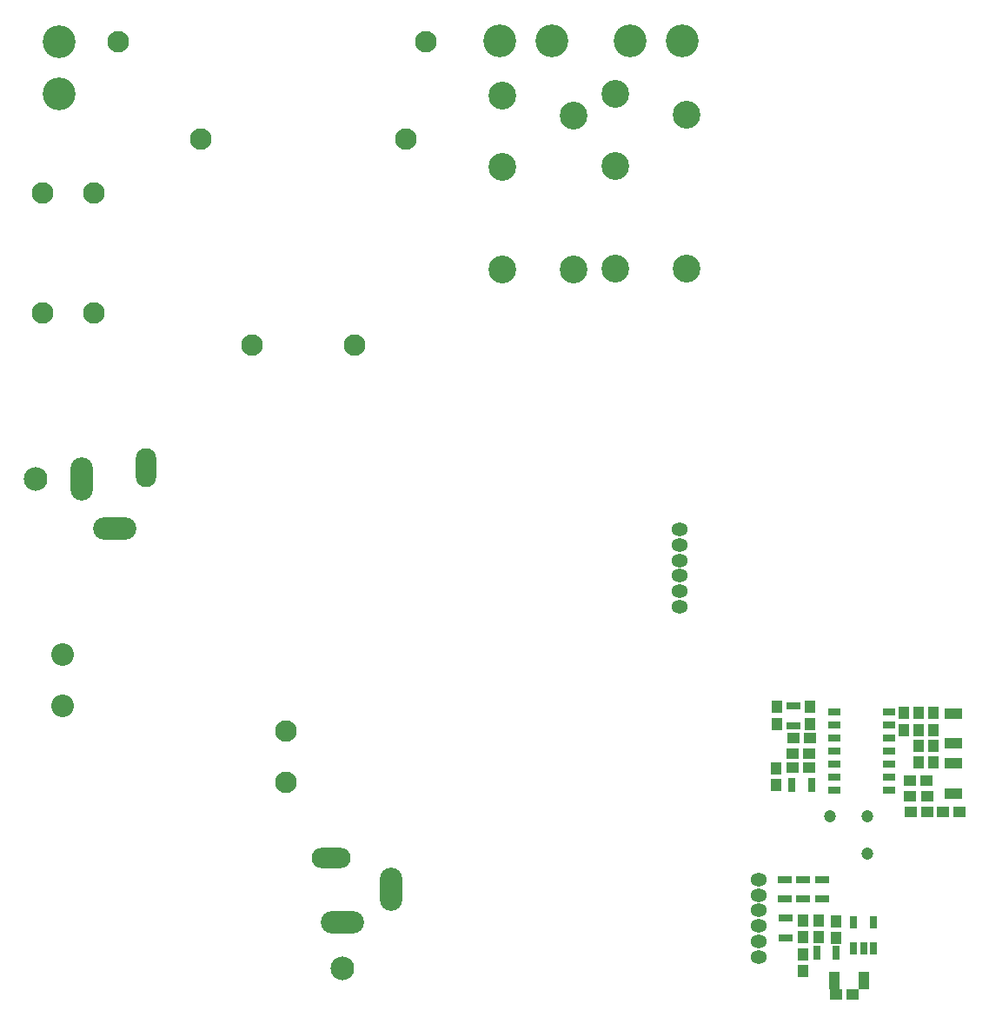
<source format=gbs>
G04*
G04 #@! TF.GenerationSoftware,Altium Limited,Altium Designer,22.2.1 (43)*
G04*
G04 Layer_Color=16711935*
%FSLAX25Y25*%
%MOIN*%
G70*
G04*
G04 #@! TF.SameCoordinates,65C05967-714E-454F-997F-66751C825CAB*
G04*
G04*
G04 #@! TF.FilePolarity,Negative*
G04*
G01*
G75*
%ADD64R,0.03900X0.04600*%
%ADD66R,0.05512X0.03150*%
%ADD68R,0.04600X0.03900*%
%ADD73R,0.03150X0.05512*%
%ADD101O,0.06299X0.05118*%
%ADD102C,0.04737*%
%ADD103C,0.10642*%
%ADD104C,0.08268*%
%ADD105C,0.08674*%
%ADD106O,0.07887X0.14973*%
%ADD107O,0.16548X0.08674*%
%ADD108O,0.08674X0.16548*%
%ADD109C,0.09068*%
%ADD110C,0.12611*%
%ADD111C,0.00394*%
%ADD112O,0.14973X0.07887*%
%ADD177R,0.05039X0.02677*%
%ADD178R,0.03937X0.06693*%
%ADD179R,0.02717X0.05158*%
%ADD180R,0.06693X0.03937*%
D64*
X351575Y101625D02*
D03*
Y95225D02*
D03*
X312992Y34696D02*
D03*
Y28296D02*
D03*
X307100Y15400D02*
D03*
Y21800D02*
D03*
X319685Y27902D02*
D03*
Y34302D02*
D03*
X307087Y34696D02*
D03*
Y28296D02*
D03*
X357087Y101625D02*
D03*
Y95225D02*
D03*
Y107824D02*
D03*
Y114224D02*
D03*
X351575D02*
D03*
Y107824D02*
D03*
X296850Y92964D02*
D03*
Y86564D02*
D03*
X309842Y116586D02*
D03*
Y110186D02*
D03*
X345669Y107824D02*
D03*
Y114224D02*
D03*
X297244Y110186D02*
D03*
Y116586D02*
D03*
D66*
X300205Y42929D02*
D03*
Y50409D02*
D03*
X307291Y42929D02*
D03*
Y50409D02*
D03*
X314378Y42929D02*
D03*
Y50409D02*
D03*
X300394Y28150D02*
D03*
Y35630D02*
D03*
X303543Y109499D02*
D03*
Y116980D02*
D03*
D68*
X319650Y6350D02*
D03*
X326050D02*
D03*
X354450Y88489D02*
D03*
X348050D02*
D03*
X348231Y82544D02*
D03*
X354631D02*
D03*
X309499Y93307D02*
D03*
X303099D02*
D03*
X303049Y98819D02*
D03*
X309449D02*
D03*
X309700Y104600D02*
D03*
X303300D02*
D03*
X367200Y76500D02*
D03*
X360800D02*
D03*
X354800D02*
D03*
X348400D02*
D03*
D73*
X312402Y22441D02*
D03*
X319882D02*
D03*
X310433Y86614D02*
D03*
X302953D02*
D03*
D101*
X289968Y50409D02*
D03*
Y44504D02*
D03*
Y38598D02*
D03*
Y32693D02*
D03*
Y26787D02*
D03*
Y20882D02*
D03*
X259842Y155118D02*
D03*
Y161024D02*
D03*
Y166929D02*
D03*
Y172835D02*
D03*
Y178740D02*
D03*
Y184646D02*
D03*
D102*
X317528Y74622D02*
D03*
X331701D02*
D03*
X331693Y60457D02*
D03*
D103*
X235039Y284646D02*
D03*
Y324016D02*
D03*
Y351575D02*
D03*
X262598Y284646D02*
D03*
Y343701D02*
D03*
X191732Y284252D02*
D03*
Y323622D02*
D03*
Y351181D02*
D03*
X219291Y284252D02*
D03*
Y343307D02*
D03*
D104*
X108661Y107480D02*
D03*
Y87795D02*
D03*
X44488Y371654D02*
D03*
X162598D02*
D03*
X15354Y313779D02*
D03*
X35039D02*
D03*
X15354Y267717D02*
D03*
X35039D02*
D03*
X154724Y334252D02*
D03*
X75984D02*
D03*
X135039Y255512D02*
D03*
X95669D02*
D03*
D105*
X23228Y136614D02*
D03*
Y116929D02*
D03*
D106*
X55216Y208268D02*
D03*
D107*
X43012Y185039D02*
D03*
X130315Y33957D02*
D03*
D108*
X30413Y203937D02*
D03*
X149213Y46555D02*
D03*
D109*
X12697Y203937D02*
D03*
X130315Y16240D02*
D03*
D110*
X260787Y372047D02*
D03*
X240787D02*
D03*
X210787Y372047D02*
D03*
X190787D02*
D03*
X21654Y371811D02*
D03*
Y351811D02*
D03*
D111*
X81693Y10433D02*
D03*
X69882D02*
D03*
D112*
X125984Y58760D02*
D03*
D177*
X340000Y114606D02*
D03*
Y109606D02*
D03*
Y104606D02*
D03*
Y99606D02*
D03*
Y94606D02*
D03*
Y89606D02*
D03*
Y84606D02*
D03*
X319055Y114606D02*
D03*
Y109606D02*
D03*
Y104606D02*
D03*
Y99606D02*
D03*
Y94606D02*
D03*
Y89606D02*
D03*
Y84606D02*
D03*
D178*
X330512Y11811D02*
D03*
X319094D02*
D03*
D179*
X334055Y24193D02*
D03*
X330315D02*
D03*
X326575D02*
D03*
Y34075D02*
D03*
X334055D02*
D03*
D180*
X364800Y114009D02*
D03*
Y102591D02*
D03*
Y94909D02*
D03*
Y83491D02*
D03*
M02*

</source>
